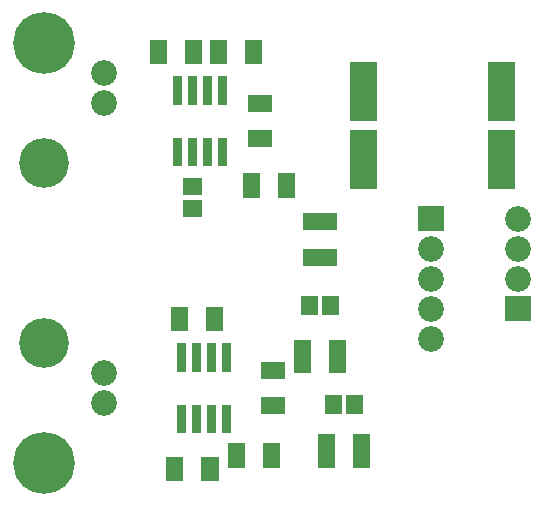
<source format=gbr>
G04 start of page 6 for group -4063 idx -4063 *
G04 Title: (unknown), componentmask *
G04 Creator: pcb 20140316 *
G04 CreationDate: Fri 17 Jul 2015 05:08:15 PM GMT UTC *
G04 For: fosse *
G04 Format: Gerber/RS-274X *
G04 PCB-Dimensions (mil): 2170.00 1700.00 *
G04 PCB-Coordinate-Origin: lower left *
%MOIN*%
%FSLAX25Y25*%
%LNTOPMASK*%
%ADD49R,0.0300X0.0300*%
%ADD48R,0.0915X0.0915*%
%ADD47R,0.0572X0.0572*%
%ADD46C,0.0001*%
%ADD45C,0.0860*%
%ADD44C,0.2060*%
%ADD43C,0.1660*%
G54D43*X34500Y55000D03*
G54D44*Y15000D03*
G54D45*X54500Y45000D03*
Y35000D03*
G54D44*X34500Y155000D03*
G54D43*Y115000D03*
G54D45*X54500Y145000D03*
Y135000D03*
G54D46*G36*
X159200Y100800D02*Y92200D01*
X167800D01*
Y100800D01*
X159200D01*
G37*
G54D45*X192500Y96500D03*
X163500Y86500D03*
X192500D03*
X163500Y76500D03*
X192500D03*
X163500Y66500D03*
Y56500D03*
G54D46*G36*
X188200Y70800D02*Y62200D01*
X196800D01*
Y70800D01*
X188200D01*
G37*
G54D47*X123745Y83595D02*X129255D01*
X123745Y95405D02*X129255D01*
X122957Y67893D02*Y67107D01*
X130043Y67893D02*Y67107D01*
G54D48*X141000Y121398D02*Y110768D01*
X187000Y144232D02*Y133602D01*
Y121398D02*Y110768D01*
G54D47*X120595Y53255D02*Y47745D01*
X132405Y53255D02*Y47745D01*
X128595Y21755D02*Y16245D01*
X109819Y45905D02*X112181D01*
X110405Y18681D02*Y16319D01*
X130957Y34893D02*Y34107D01*
X140405Y21755D02*Y16245D01*
X138043Y34893D02*Y34107D01*
X109819Y34095D02*X112181D01*
G54D49*X80500Y33000D02*Y26500D01*
X85500Y33000D02*Y26500D01*
X90500Y33000D02*Y26500D01*
X95500Y33000D02*Y26500D01*
Y53500D02*Y47000D01*
G54D47*X98595Y18681D02*Y16319D01*
G54D49*X90500Y53500D02*Y47000D01*
G54D47*X91405Y64181D02*Y61819D01*
X89905Y14181D02*Y11819D01*
G54D49*X85500Y53500D02*Y47000D01*
X80500Y53500D02*Y47000D01*
G54D47*X79595Y64181D02*Y61819D01*
X78095Y14181D02*Y11819D01*
G54D48*X141000Y144232D02*Y133602D01*
G54D47*X92595Y153181D02*Y150819D01*
X104405Y153181D02*Y150819D01*
X72595Y153181D02*Y150819D01*
X84405Y153181D02*Y150819D01*
X105319Y134905D02*X107681D01*
G54D49*X79000Y122000D02*Y115500D01*
X84000Y122000D02*Y115500D01*
X89000Y122000D02*Y115500D01*
X94000Y122000D02*Y115500D01*
Y142500D02*Y136000D01*
X89000Y142500D02*Y136000D01*
X84000Y142500D02*Y136000D01*
X79000Y142500D02*Y136000D01*
G54D47*X105319Y123095D02*X107681D01*
X103595Y108681D02*Y106319D01*
X115405Y108681D02*Y106319D01*
X83607Y99957D02*X84393D01*
X83607Y107043D02*X84393D01*
M02*

</source>
